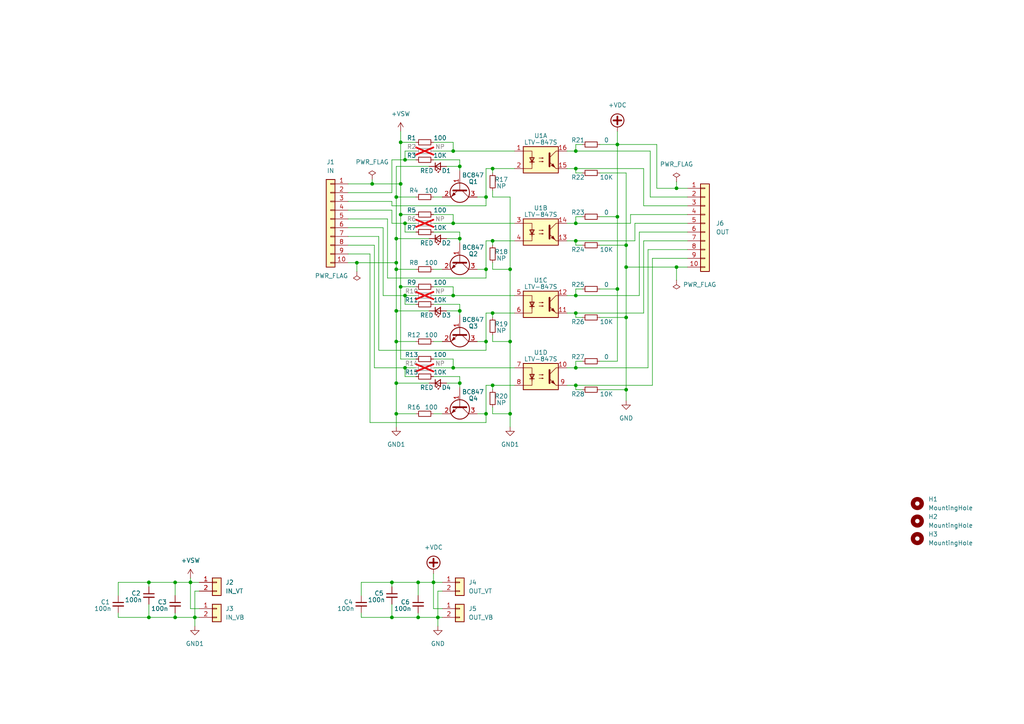
<source format=kicad_sch>
(kicad_sch (version 20250114) (generator "eeschema") (generator_version "9.0")
  (paper "A4")
  (title_block (title "4CH-Opto-Iso") (date "2023-09-26") (rev "0.0.1") (company "the78mole") (comment 1 "Daniel Glaser"))
  (lib_symbols
    (symbol "Connector_Generic:Conn_01x02" (pin_names (offset 1.016) (hide yes))
      (property "Reference" "J" (at 0 2.54 0))
      (property "Value" "Conn_01x02" (at 0 -5.08 0))
      (symbol "Conn_01x02_1_1"
        (rectangle (start -1.27 1.27) (end 1.27 -3.81) (stroke (width 0.254)) (fill (type background)))
        (rectangle (start -1.27 0.127) (end 0 -0.127) (stroke (width 0.1524)))
        (rectangle (start -1.27 -2.413) (end 0 -2.667) (stroke (width 0.1524)))
        (pin passive line (at -5.08 0 0) (length 3.81) (name "Pin_1") (number "1"))
        (pin passive line (at -5.08 -2.54 0) (length 3.81) (name "Pin_2") (number "2"))
      )
    )
    (symbol "Connector_Generic:Conn_01x10" (pin_names (offset 1.016) (hide yes))
      (property "Reference" "J" (at 0 12.7 0))
      (property "Value" "Conn_01x10" (at 0 -15.24 0))
      (symbol "Conn_01x10_1_1"
        (rectangle (start -1.27 11.43) (end 1.27 -13.97) (stroke (width 0.254)) (fill (type background)))
        (rectangle (start -1.27 10.287) (end 0 10.033) (stroke (width 0.1524)))
        (rectangle (start -1.27 7.747) (end 0 7.493) (stroke (width 0.1524)))
        (rectangle (start -1.27 5.207) (end 0 4.953) (stroke (width 0.1524)))
        (rectangle (start -1.27 2.667) (end 0 2.413) (stroke (width 0.1524)))
        (rectangle (start -1.27 0.127) (end 0 -0.127) (stroke (width 0.1524)))
        (rectangle (start -1.27 -2.413) (end 0 -2.667) (stroke (width 0.1524)))
        (rectangle (start -1.27 -4.953) (end 0 -5.207) (stroke (width 0.1524)))
        (rectangle (start -1.27 -7.493) (end 0 -7.747) (stroke (width 0.1524)))
        (rectangle (start -1.27 -10.033) (end 0 -10.287) (stroke (width 0.1524)))
        (rectangle (start -1.27 -12.573) (end 0 -12.827) (stroke (width 0.1524)))
        (pin passive line (at -5.08 10.16 0) (length 3.81) (name "Pin_1") (number "1"))
        (pin passive line (at -5.08 7.62 0) (length 3.81) (name "Pin_2") (number "2"))
        (pin passive line (at -5.08 5.08 0) (length 3.81) (name "Pin_3") (number "3"))
        (pin passive line (at -5.08 2.54 0) (length 3.81) (name "Pin_4") (number "4"))
        (pin passive line (at -5.08 0 0) (length 3.81) (name "Pin_5") (number "5"))
        (pin passive line (at -5.08 -2.54 0) (length 3.81) (name "Pin_6") (number "6"))
        (pin passive line (at -5.08 -5.08 0) (length 3.81) (name "Pin_7") (number "7"))
        (pin passive line (at -5.08 -7.62 0) (length 3.81) (name "Pin_8") (number "8"))
        (pin passive line (at -5.08 -10.16 0) (length 3.81) (name "Pin_9") (number "9"))
        (pin passive line (at -5.08 -12.7 0) (length 3.81) (name "Pin_10") (number "10"))
      )
    )
    (symbol "Device:C_Small" (pin_numbers (hide yes)) (pin_names (offset 0.254) (hide yes))
      (property "Reference" "C" (at 0.254 1.778 0))
      (property "Value" "C_Small" (at 0.254 -2.032 0))
      (symbol "C_Small_0_1"
        (polyline (pts (xy -1.524 0.508) (xy 1.524 0.508)) (stroke (width 0.3048)))
        (polyline (pts (xy -1.524 -0.508) (xy 1.524 -0.508)) (stroke (width 0.3302)))
      )
      (symbol "C_Small_1_1"
        (pin passive line (at 0 2.54 270) (length 2.032) (name "~") (number "1"))
        (pin passive line (at 0 -2.54 90) (length 2.032) (name "~") (number "2"))
      )
    )
    (symbol "Device:LED_Small" (pin_numbers (hide yes)) (pin_names (offset 0.254) (hide yes))
      (property "Reference" "D" (at -1.27 3.175 0))
      (property "Value" "LED_Small" (at -4.445 -2.54 0))
      (symbol "LED_Small_0_1"
        (polyline (pts (xy -0.762 -1.016) (xy -0.762 1.016)) (stroke (width 0.254)))
        (polyline (pts (xy 0 0.762) (xy -0.508 1.27) (xy -0.254 1.27) (xy -0.508 1.27) (xy -0.508 1.016)))
        (polyline (pts (xy 0.508 1.27) (xy 0 1.778) (xy 0.254 1.778) (xy 0 1.778) (xy 0 1.524)))
        (polyline (pts (xy 0.762 -1.016) (xy -0.762 0) (xy 0.762 1.016) (xy 0.762 -1.016)) (stroke (width 0.254)))
        (polyline (pts (xy 1.016 0) (xy -0.762 0)))
      )
      (symbol "LED_Small_1_1"
        (pin passive line (at -2.54 0 0) (length 1.778) (name "K") (number "1"))
        (pin passive line (at 2.54 0 180) (length 1.778) (name "A") (number "2"))
      )
    )
    (symbol "Device:R_Small" (pin_numbers (hide yes)) (pin_names (offset 0.254) (hide yes))
      (property "Reference" "R" (at 0.762 0.508 0))
      (property "Value" "R_Small" (at 0.762 -1.016 0))
      (symbol "R_Small_0_1"
        (rectangle (start -0.762 1.778) (end 0.762 -1.778) (stroke (width 0.2032)))
      )
      (symbol "R_Small_1_1"
        (pin passive line (at 0 2.54 270) (length 0.762) (name "~") (number "1"))
        (pin passive line (at 0 -2.54 90) (length 0.762) (name "~") (number "2"))
      )
    )
    (symbol "Isolator:LTV-847S" (pin_names (offset 1.016))
      (property "Reference" "U" (at -3.81 5.08 0))
      (property "Value" "LTV-847S" (at 0 -5.08 0))
      (symbol "LTV-847S_0_1"
        (rectangle (start -5.08 3.81) (end 5.08 -3.81) (stroke (width 0.254)) (fill (type background)))
        (polyline (pts (xy -5.08 2.54) (xy -2.54 2.54) (xy -2.54 -1.27) (xy -2.54 0.635)))
        (polyline (pts (xy -3.175 -0.635) (xy -1.905 -0.635)) (stroke (width 0.254)))
        (polyline (pts (xy -2.54 -0.635) (xy -2.54 -2.54) (xy -5.08 -2.54)))
        (polyline (pts (xy -2.54 -0.635) (xy -3.175 0.635) (xy -1.905 0.635) (xy -2.54 -0.635)) (stroke (width 0.254)))
        (polyline (pts (xy -0.508 0.508) (xy 0.762 0.508) (xy 0.381 0.381) (xy 0.381 0.635) (xy 0.762 0.508)))
        (polyline (pts (xy -0.508 -0.508) (xy 0.762 -0.508) (xy 0.381 -0.635) (xy 0.381 -0.381) (xy 0.762 -0.508)))
        (polyline (pts (xy 2.54 1.905) (xy 2.54 -1.905) (xy 2.54 -1.905)) (stroke (width 0.508)))
        (polyline (pts (xy 2.54 0.635) (xy 4.445 2.54)))
        (polyline (pts (xy 3.048 -1.651) (xy 3.556 -1.143) (xy 4.064 -2.159) (xy 3.048 -1.651) (xy 3.048 -1.651)) (fill (type outline)))
        (polyline (pts (xy 4.445 2.54) (xy 5.08 2.54)))
        (polyline (pts (xy 4.445 -2.54) (xy 2.54 -0.635)) (fill (type outline)))
        (polyline (pts (xy 4.445 -2.54) (xy 5.08 -2.54)))
      )
      (symbol "LTV-847S_1_1"
        (pin passive line (at -7.62 2.54 0) (length 2.54) (name "~") (number "1"))
        (pin passive line (at -7.62 -2.54 0) (length 2.54) (name "~") (number "2"))
        (pin passive line (at 7.62 2.54 180) (length 2.54) (name "~") (number "16"))
        (pin passive line (at 7.62 -2.54 180) (length 2.54) (name "~") (number "15"))
      )
      (symbol "LTV-847S_2_1"
        (pin passive line (at -7.62 2.54 0) (length 2.54) (name "~") (number "3"))
        (pin passive line (at -7.62 -2.54 0) (length 2.54) (name "~") (number "4"))
        (pin passive line (at 7.62 2.54 180) (length 2.54) (name "~") (number "14"))
        (pin passive line (at 7.62 -2.54 180) (length 2.54) (name "~") (number "13"))
      )
      (symbol "LTV-847S_3_1"
        (pin passive line (at -7.62 2.54 0) (length 2.54) (name "~") (number "5"))
        (pin passive line (at -7.62 -2.54 0) (length 2.54) (name "~") (number "6"))
        (pin passive line (at 7.62 2.54 180) (length 2.54) (name "~") (number "12"))
        (pin passive line (at 7.62 -2.54 180) (length 2.54) (name "~") (number "11"))
      )
      (symbol "LTV-847S_4_1"
        (pin passive line (at -7.62 2.54 0) (length 2.54) (name "~") (number "7"))
        (pin passive line (at -7.62 -2.54 0) (length 2.54) (name "~") (number "8"))
        (pin passive line (at 7.62 2.54 180) (length 2.54) (name "~") (number "10"))
        (pin passive line (at 7.62 -2.54 180) (length 2.54) (name "~") (number "9"))
      )
    )
    (symbol "Mechanical:MountingHole" (pin_names (offset 1.016))
      (property "Reference" "H" (at 0 5.08 0))
      (property "Value" "MountingHole" (at 0 3.175 0))
      (symbol "MountingHole_0_1"
        (circle (center 0 0) (radius 1.27) (stroke (width 1.27)))
      )
    )
    (symbol "Transistor_BJT:BC847" (pin_names (offset 0) (hide yes))
      (property "Reference" "Q" (at 5.08 1.905 0))
      (property "Value" "BC847" (at 5.08 0 0))
      (symbol "BC847_0_1"
        (polyline (pts (xy 0.635 1.905) (xy 0.635 -1.905) (xy 0.635 -1.905)) (stroke (width 0.508)))
        (polyline (pts (xy 0.635 0.635) (xy 2.54 2.54)))
        (polyline (pts (xy 0.635 -0.635) (xy 2.54 -2.54) (xy 2.54 -2.54)))
        (circle (center 1.27 0) (radius 2.8194) (stroke (width 0.254)))
        (polyline (pts (xy 1.27 -1.778) (xy 1.778 -1.27) (xy 2.286 -2.286) (xy 1.27 -1.778) (xy 1.27 -1.778)) (fill (type outline)))
      )
      (symbol "BC847_1_1"
        (pin input line (at -5.08 0 0) (length 5.715) (name "B") (number "1"))
        (pin passive line (at 2.54 5.08 270) (length 2.54) (name "C") (number "3"))
        (pin passive line (at 2.54 -5.08 90) (length 2.54) (name "E") (number "2"))
      )
    )
    (symbol "power:+VDC" (power) (pin_names (offset 0))
      (property "Value" "+VDC" (at 0 6.35 0))
      (symbol "+VDC_0_1"
        (polyline (pts (xy -1.143 3.175) (xy 1.143 3.175)) (stroke (width 0.508)))
        (circle (center 0 3.175) (radius 1.905) (stroke (width 0.254)))
        (polyline (pts (xy 0 2.032) (xy 0 4.318)) (stroke (width 0.508)))
        (polyline (pts (xy 0 0) (xy 0 1.27)))
      )
      (symbol "+VDC_1_1"
        (pin power_in line (at 0 0 90) (length 0) (hide yes) (name "+VDC") (number "1"))
      )
    )
    (symbol "power:+VSW" (power) (pin_names (offset 0))
      (property "Value" "+VSW" (at 0 3.556 0))
      (symbol "+VSW_0_1"
        (polyline (pts (xy -0.762 1.27) (xy 0 2.54)))
        (polyline (pts (xy 0 2.54) (xy 0.762 1.27)))
        (polyline (pts (xy 0 0) (xy 0 2.54)))
      )
      (symbol "+VSW_1_1"
        (pin power_in line (at 0 0 90) (length 0) (hide yes) (name "+VSW") (number "1"))
      )
    )
    (symbol "power:GND" (power) (pin_names (offset 0))
      (property "Value" "GND" (at 0 -3.81 0))
      (symbol "GND_0_1"
        (polyline (pts (xy 0 0) (xy 0 -1.27) (xy 1.27 -1.27) (xy 0 -2.54) (xy -1.27 -1.27) (xy 0 -1.27)))
      )
      (symbol "GND_1_1"
        (pin power_in line (at 0 0 270) (length 0) (hide yes) (name "GND") (number "1"))
      )
    )
    (symbol "power:GND1" (power) (pin_names (offset 0))
      (property "Value" "GND1" (at 0 -3.81 0))
      (symbol "GND1_0_1"
        (polyline (pts (xy 0 0) (xy 0 -1.27) (xy 1.27 -1.27) (xy 0 -2.54) (xy -1.27 -1.27) (xy 0 -1.27)))
      )
      (symbol "GND1_1_1"
        (pin power_in line (at 0 0 270) (length 0) (hide yes) (name "GND1") (number "1"))
      )
    )
    (symbol "power:PWR_FLAG" (power) (pin_numbers (hide yes)) (pin_names (offset 0) (hide yes))
      (property "Value" "PWR_FLAG" (at 0 3.81 0))
      (symbol "PWR_FLAG_0_0"
        (pin power_out line (at 0 0 90) (length 0) (name "pwr") (number "1"))
      )
      (symbol "PWR_FLAG_0_1"
        (polyline (pts (xy 0 0) (xy 0 1.27) (xy -1.016 1.905) (xy 0 2.54) (xy 1.016 1.905) (xy 0 1.27)))
      )
    )
  )
  (junction (at 55.245 168.91))
  (junction (at 127 179.07))
  (junction (at 167.005 90.805))
  (junction (at 125.73 168.91))
  (junction (at 181.61 92.075))
  (junction (at 133.35 90.17))
  (junction (at 114.935 99.06))
  (junction (at 133.35 111.125))
  (junction (at 107.95 53.34))
  (junction (at 117.475 85.725))
  (junction (at 131.445 64.77))
  (junction (at 181.61 77.47))
  (junction (at 114.935 90.17))
  (junction (at 131.445 43.815))
  (junction (at 167.005 48.895))
  (junction (at 114.935 57.15))
  (junction (at 121.285 168.91))
  (junction (at 179.07 83.82))
  (junction (at 116.205 53.34))
  (junction (at 114.935 69.215))
  (junction (at 114.935 120.015))
  (junction (at 116.205 62.23))
  (junction (at 140.97 99.06))
  (junction (at 117.475 64.77))
  (junction (at 142.875 69.85))
  (junction (at 131.445 106.68))
  (junction (at 113.665 168.91))
  (junction (at 142.875 90.805))
  (junction (at 116.205 41.275))
  (junction (at 116.205 83.185))
  (junction (at 140.97 78.105))
  (junction (at 133.35 69.215))
  (junction (at 167.005 64.77))
  (junction (at 167.005 85.725))
  (junction (at 140.97 120.015))
  (junction (at 167.005 106.68))
  (junction (at 196.215 77.47))
  (junction (at 142.875 48.895))
  (junction (at 167.005 43.815))
  (junction (at 50.8 179.07))
  (junction (at 113.665 179.07))
  (junction (at 103.505 76.2))
  (junction (at 142.875 111.76))
  (junction (at 43.18 179.07))
  (junction (at 56.515 179.07))
  (junction (at 140.97 57.15))
  (junction (at 167.005 111.76))
  (junction (at 114.935 78.105))
  (junction (at 181.61 113.03))
  (junction (at 147.955 120.015))
  (junction (at 43.18 168.91))
  (junction (at 131.445 85.725))
  (junction (at 181.61 71.12))
  (junction (at 114.935 76.2))
  (junction (at 133.35 48.26))
  (junction (at 167.005 69.85))
  (junction (at 147.955 78.105))
  (junction (at 196.215 54.61))
  (junction (at 114.935 111.125))
  (junction (at 121.285 179.07))
  (junction (at 179.07 62.865))
  (junction (at 50.8 168.91))
  (junction (at 179.07 41.91))
  (junction (at 117.475 106.68))
  (junction (at 117.475 46.355))
  (junction (at 147.955 99.06))
  (wire (pts (xy 114.935 99.06) (xy 120.65 99.06)))
  (wire (pts (xy 199.39 59.69) (xy 186.69 59.69)))
  (wire (pts (xy 107.315 122.555) (xy 140.97 122.555)))
  (wire (pts (xy 111.125 66.04) (xy 111.125 85.725)))
  (wire (pts (xy 124.46 111.125) (xy 114.935 111.125)))
  (wire (pts (xy 109.855 101.6) (xy 140.97 101.6)))
  (wire (pts (xy 129.54 48.26) (xy 133.35 48.26)))
  (wire (pts (xy 173.99 50.165) (xy 181.61 50.165)))
  (wire (pts (xy 125.73 99.06) (xy 128.27 99.06)))
  (wire (pts (xy 125.73 85.725) (xy 131.445 85.725)))
  (wire (pts (xy 43.18 175.26) (xy 43.18 179.07)))
  (wire (pts (xy 116.205 53.34) (xy 116.205 62.23)))
  (wire (pts (xy 140.97 69.85) (xy 142.875 69.85)))
  (wire (pts (xy 129.54 111.125) (xy 133.35 111.125)))
  (wire (pts (xy 104.775 177.8) (xy 104.775 179.07)))
  (wire (pts (xy 125.73 176.53) (xy 125.73 168.91)))
  (wire (pts (xy 117.475 106.68) (xy 117.475 109.22)))
  (wire (pts (xy 142.875 97.155) (xy 142.875 99.06)))
  (wire (pts (xy 199.39 72.39) (xy 187.96 72.39)))
  (wire (pts (xy 50.8 177.8) (xy 50.8 179.07)))
  (wire (pts (xy 120.65 88.265) (xy 117.475 88.265)))
  (wire (pts (xy 167.005 92.075) (xy 167.005 90.805)))
  (wire (pts (xy 113.665 46.355) (xy 117.475 46.355)))
  (wire (pts (xy 127 181.61) (xy 127 179.07)))
  (wire (pts (xy 167.005 104.775) (xy 168.91 104.775)))
  (wire (pts (xy 125.73 109.22) (xy 133.35 109.22)))
  (wire (pts (xy 182.88 64.77) (xy 167.005 64.77)))
  (wire (pts (xy 138.43 120.015) (xy 140.97 120.015)))
  (wire (pts (xy 116.205 62.23) (xy 120.65 62.23)))
  (wire (pts (xy 189.23 74.93) (xy 199.39 74.93)))
  (wire (pts (xy 138.43 57.15) (xy 140.97 57.15)))
  (wire (pts (xy 124.46 69.215) (xy 114.935 69.215)))
  (wire (pts (xy 188.595 57.15) (xy 199.39 57.15)))
  (wire (pts (xy 167.005 48.895) (xy 186.69 48.895)))
  (wire (pts (xy 167.005 41.91) (xy 168.91 41.91)))
  (wire (pts (xy 129.54 90.17) (xy 133.35 90.17)))
  (wire (pts (xy 109.855 68.58) (xy 100.965 68.58)))
  (wire (pts (xy 113.665 60.96) (xy 113.665 64.77)))
  (wire (pts (xy 167.005 50.165) (xy 167.005 48.895)))
  (wire (pts (xy 167.005 83.82) (xy 168.91 83.82)))
  (wire (pts (xy 189.23 74.93) (xy 189.23 111.76)))
  (wire (pts (xy 168.91 92.075) (xy 167.005 92.075)))
  (wire (pts (xy 120.65 43.815) (xy 117.475 43.815)))
  (wire (pts (xy 57.785 171.45) (xy 56.515 171.45)))
  (wire (pts (xy 103.505 76.2) (xy 114.935 76.2)))
  (wire (pts (xy 116.205 41.275) (xy 116.205 38.1)))
  (wire (pts (xy 117.475 85.725) (xy 117.475 88.265)))
  (wire (pts (xy 142.875 99.06) (xy 147.955 99.06)))
  (wire (pts (xy 196.215 54.61) (xy 190.5 54.61)))
  (wire (pts (xy 142.875 90.805) (xy 149.225 90.805)))
  (wire (pts (xy 133.35 111.125) (xy 133.35 109.22)))
  (wire (pts (xy 120.65 67.31) (xy 117.475 67.31)))
  (wire (pts (xy 113.665 175.26) (xy 113.665 179.07)))
  (wire (pts (xy 140.97 111.76) (xy 142.875 111.76)))
  (wire (pts (xy 167.005 64.77) (xy 167.005 62.865)))
  (wire (pts (xy 125.73 88.265) (xy 133.35 88.265)))
  (wire (pts (xy 164.465 85.725) (xy 167.005 85.725)))
  (wire (pts (xy 164.465 64.77) (xy 167.005 64.77)))
  (wire (pts (xy 184.15 64.77) (xy 184.15 69.85)))
  (wire (pts (xy 164.465 43.815) (xy 167.005 43.815)))
  (wire (pts (xy 128.27 176.53) (xy 125.73 176.53)))
  (wire (pts (xy 187.96 106.68) (xy 167.005 106.68)))
  (wire (pts (xy 142.875 78.105) (xy 147.955 78.105)))
  (wire (pts (xy 125.73 43.815) (xy 131.445 43.815)))
  (wire (pts (xy 131.445 64.77) (xy 149.225 64.77)))
  (wire (pts (xy 114.935 111.125) (xy 114.935 120.015)))
  (wire (pts (xy 164.465 111.76) (xy 167.005 111.76)))
  (wire (pts (xy 100.965 60.96) (xy 113.665 60.96)))
  (wire (pts (xy 113.665 55.88) (xy 100.965 55.88)))
  (wire (pts (xy 142.875 48.895) (xy 149.225 48.895)))
  (wire (pts (xy 43.18 179.07) (xy 50.8 179.07)))
  (wire (pts (xy 124.46 90.17) (xy 114.935 90.17)))
  (wire (pts (xy 199.39 67.31) (xy 185.42 67.31)))
  (wire (pts (xy 185.42 67.31) (xy 185.42 85.725)))
  (wire (pts (xy 179.07 41.91) (xy 179.07 62.865)))
  (wire (pts (xy 167.005 62.865) (xy 168.91 62.865)))
  (wire (pts (xy 167.005 85.725) (xy 167.005 83.82)))
  (wire (pts (xy 57.785 168.91) (xy 55.245 168.91)))
  (wire (pts (xy 125.73 83.185) (xy 131.445 83.185)))
  (wire (pts (xy 125.73 106.68) (xy 131.445 106.68)))
  (wire (pts (xy 104.775 168.91) (xy 113.665 168.91)))
  (wire (pts (xy 57.785 179.07) (xy 56.515 179.07)))
  (wire (pts (xy 168.91 113.03) (xy 167.005 113.03)))
  (wire (pts (xy 181.61 50.165) (xy 181.61 71.12)))
  (wire (pts (xy 129.54 69.215) (xy 133.35 69.215)))
  (wire (pts (xy 140.97 101.6) (xy 140.97 99.06)))
  (wire (pts (xy 142.875 113.03) (xy 142.875 111.76)))
  (wire (pts (xy 55.245 168.91) (xy 55.245 176.53)))
  (wire (pts (xy 120.65 106.68) (xy 117.475 106.68)))
  (wire (pts (xy 125.73 67.31) (xy 133.35 67.31)))
  (wire (pts (xy 131.445 41.275) (xy 131.445 43.815)))
  (wire (pts (xy 181.61 77.47) (xy 196.215 77.47)))
  (wire (pts (xy 112.395 63.5) (xy 100.965 63.5)))
  (wire (pts (xy 114.935 120.015) (xy 114.935 123.825)))
  (wire (pts (xy 116.205 104.14) (xy 116.205 83.185)))
  (wire (pts (xy 112.395 80.645) (xy 140.97 80.645)))
  (wire (pts (xy 56.515 171.45) (xy 56.515 179.07)))
  (wire (pts (xy 114.935 90.17) (xy 114.935 99.06)))
  (wire (pts (xy 179.07 83.82) (xy 179.07 104.775)))
  (wire (pts (xy 133.35 70.485) (xy 133.35 69.215)))
  (wire (pts (xy 103.505 76.2) (xy 103.505 78.74)))
  (wire (pts (xy 113.665 168.91) (xy 113.665 170.18)))
  (wire (pts (xy 179.07 62.865) (xy 173.99 62.865)))
  (wire (pts (xy 196.215 77.47) (xy 196.215 81.28)))
  (wire (pts (xy 120.65 85.725) (xy 117.475 85.725)))
  (wire (pts (xy 114.935 99.06) (xy 114.935 111.125)))
  (wire (pts (xy 107.315 73.66) (xy 100.965 73.66)))
  (wire (pts (xy 142.875 90.805) (xy 142.875 92.075)))
  (wire (pts (xy 43.18 168.91) (xy 43.18 170.18)))
  (wire (pts (xy 125.73 168.91) (xy 125.73 166.37)))
  (wire (pts (xy 140.97 122.555) (xy 140.97 120.015)))
  (wire (pts (xy 147.955 57.15) (xy 147.955 78.105)))
  (wire (pts (xy 147.955 99.06) (xy 147.955 120.015)))
  (wire (pts (xy 55.245 168.91) (xy 55.245 167.64)))
  (wire (pts (xy 142.875 57.15) (xy 147.955 57.15)))
  (wire (pts (xy 113.665 58.42) (xy 100.965 58.42)))
  (wire (pts (xy 109.855 101.6) (xy 109.855 68.58)))
  (wire (pts (xy 104.775 172.72) (xy 104.775 168.91)))
  (wire (pts (xy 125.73 46.355) (xy 133.35 46.355)))
  (wire (pts (xy 140.97 59.69) (xy 140.97 57.15)))
  (wire (pts (xy 114.935 120.015) (xy 120.65 120.015)))
  (wire (pts (xy 184.15 69.85) (xy 167.005 69.85)))
  (wire (pts (xy 188.595 43.815) (xy 188.595 57.15)))
  (wire (pts (xy 113.665 46.355) (xy 113.665 55.88)))
  (wire (pts (xy 186.69 69.85) (xy 199.39 69.85)))
  (wire (pts (xy 100.965 76.2) (xy 103.505 76.2)))
  (wire (pts (xy 34.29 177.8) (xy 34.29 179.07)))
  (wire (pts (xy 114.935 78.105) (xy 114.935 90.17)))
  (wire (pts (xy 125.73 120.015) (xy 128.27 120.015)))
  (wire (pts (xy 120.65 46.355) (xy 117.475 46.355)))
  (wire (pts (xy 50.8 179.07) (xy 56.515 179.07)))
  (wire (pts (xy 112.395 80.645) (xy 112.395 63.5)))
  (wire (pts (xy 124.46 48.26) (xy 114.935 48.26)))
  (wire (pts (xy 179.07 104.775) (xy 173.99 104.775)))
  (wire (pts (xy 140.97 80.645) (xy 140.97 78.105)))
  (wire (pts (xy 117.475 64.77) (xy 117.475 67.31)))
  (wire (pts (xy 127 179.07) (xy 127 171.45)))
  (wire (pts (xy 181.61 92.075) (xy 181.61 113.03)))
  (wire (pts (xy 114.935 48.26) (xy 114.935 57.15)))
  (wire (pts (xy 100.965 53.34) (xy 107.95 53.34)))
  (wire (pts (xy 167.005 113.03) (xy 167.005 111.76)))
  (wire (pts (xy 57.785 176.53) (xy 55.245 176.53)))
  (wire (pts (xy 116.205 83.185) (xy 116.205 62.23)))
  (wire (pts (xy 185.42 85.725) (xy 167.005 85.725)))
  (wire (pts (xy 140.97 90.805) (xy 140.97 99.06)))
  (wire (pts (xy 114.935 57.15) (xy 114.935 69.215)))
  (wire (pts (xy 117.475 43.815) (xy 117.475 46.355)))
  (wire (pts (xy 121.285 172.72) (xy 121.285 168.91)))
  (wire (pts (xy 114.935 57.15) (xy 120.65 57.15)))
  (wire (pts (xy 181.61 113.03) (xy 181.61 116.205)))
  (wire (pts (xy 181.61 71.12) (xy 181.61 77.47)))
  (wire (pts (xy 140.97 111.76) (xy 140.97 120.015)))
  (wire (pts (xy 108.585 71.12) (xy 108.585 106.68)))
  (wire (pts (xy 164.465 69.85) (xy 167.005 69.85)))
  (wire (pts (xy 131.445 62.23) (xy 131.445 64.77)))
  (wire (pts (xy 34.29 168.91) (xy 43.18 168.91)))
  (wire (pts (xy 133.35 112.395) (xy 133.35 111.125)))
  (wire (pts (xy 173.99 71.12) (xy 181.61 71.12)))
  (wire (pts (xy 196.215 52.705) (xy 196.215 54.61)))
  (wire (pts (xy 113.665 64.77) (xy 117.475 64.77)))
  (wire (pts (xy 138.43 78.105) (xy 140.97 78.105)))
  (wire (pts (xy 186.69 48.895) (xy 186.69 59.69)))
  (wire (pts (xy 131.445 106.68) (xy 149.225 106.68)))
  (wire (pts (xy 133.35 49.53) (xy 133.35 48.26)))
  (wire (pts (xy 190.5 41.91) (xy 179.07 41.91)))
  (wire (pts (xy 50.8 168.91) (xy 55.245 168.91)))
  (wire (pts (xy 127 179.07) (xy 128.27 179.07)))
  (wire (pts (xy 113.665 168.91) (xy 121.285 168.91)))
  (wire (pts (xy 189.23 111.76) (xy 167.005 111.76)))
  (wire (pts (xy 179.07 62.865) (xy 179.07 83.82)))
  (wire (pts (xy 181.61 77.47) (xy 181.61 92.075)))
  (wire (pts (xy 179.07 38.1) (xy 179.07 41.91)))
  (wire (pts (xy 120.65 64.77) (xy 117.475 64.77)))
  (wire (pts (xy 125.73 62.23) (xy 131.445 62.23)))
  (wire (pts (xy 121.285 179.07) (xy 127 179.07)))
  (wire (pts (xy 142.875 69.85) (xy 149.225 69.85)))
  (wire (pts (xy 182.88 62.23) (xy 182.88 64.77)))
  (wire (pts (xy 167.005 106.68) (xy 167.005 104.775)))
  (wire (pts (xy 164.465 48.895) (xy 167.005 48.895)))
  (wire (pts (xy 120.65 83.185) (xy 116.205 83.185)))
  (wire (pts (xy 142.875 118.11) (xy 142.875 120.015)))
  (wire (pts (xy 133.35 91.44) (xy 133.35 90.17)))
  (wire (pts (xy 142.875 48.895) (xy 142.875 50.165)))
  (wire (pts (xy 167.005 43.815) (xy 167.005 41.91)))
  (wire (pts (xy 131.445 104.14) (xy 131.445 106.68)))
  (wire (pts (xy 111.125 66.04) (xy 100.965 66.04)))
  (wire (pts (xy 133.35 69.215) (xy 133.35 67.31)))
  (wire (pts (xy 168.91 71.12) (xy 167.005 71.12)))
  (wire (pts (xy 186.69 69.85) (xy 186.69 90.805)))
  (wire (pts (xy 140.97 90.805) (xy 142.875 90.805)))
  (wire (pts (xy 114.935 69.215) (xy 114.935 76.2)))
  (wire (pts (xy 107.315 122.555) (xy 107.315 73.66)))
  (wire (pts (xy 121.285 177.8) (xy 121.285 179.07)))
  (wire (pts (xy 133.35 48.26) (xy 133.35 46.355)))
  (wire (pts (xy 142.875 76.2) (xy 142.875 78.105)))
  (wire (pts (xy 120.65 104.14) (xy 116.205 104.14)))
  (wire (pts (xy 111.125 85.725) (xy 117.475 85.725)))
  (wire (pts (xy 147.955 120.015) (xy 147.955 123.825)))
  (wire (pts (xy 142.875 120.015) (xy 147.955 120.015)))
  (wire (pts (xy 43.18 168.91) (xy 50.8 168.91)))
  (wire (pts (xy 116.205 53.34) (xy 116.205 41.275)))
  (wire (pts (xy 179.07 83.82) (xy 173.99 83.82)))
  (wire (pts (xy 131.445 83.185) (xy 131.445 85.725)))
  (wire (pts (xy 140.97 48.895) (xy 140.97 57.15)))
  (wire (pts (xy 125.73 78.105) (xy 128.27 78.105)))
  (wire (pts (xy 114.935 76.2) (xy 114.935 78.105)))
  (wire (pts (xy 116.205 41.275) (xy 120.65 41.275)))
  (wire (pts (xy 108.585 106.68) (xy 117.475 106.68)))
  (wire (pts (xy 50.8 172.72) (xy 50.8 168.91)))
  (wire (pts (xy 138.43 99.06) (xy 140.97 99.06)))
  (wire (pts (xy 188.595 43.815) (xy 167.005 43.815)))
  (wire (pts (xy 142.875 55.245) (xy 142.875 57.15)))
  (wire (pts (xy 199.39 54.61) (xy 196.215 54.61)))
  (wire (pts (xy 120.65 109.22) (xy 117.475 109.22)))
  (wire (pts (xy 184.15 64.77) (xy 199.39 64.77)))
  (wire (pts (xy 140.97 69.85) (xy 140.97 78.105)))
  (wire (pts (xy 113.665 59.69) (xy 113.665 58.42)))
  (wire (pts (xy 127 171.45) (xy 128.27 171.45)))
  (wire (pts (xy 190.5 54.61) (xy 190.5 41.91)))
  (wire (pts (xy 164.465 90.805) (xy 167.005 90.805)))
  (wire (pts (xy 125.73 41.275) (xy 131.445 41.275)))
  (wire (pts (xy 108.585 71.12) (xy 100.965 71.12)))
  (wire (pts (xy 131.445 85.725) (xy 149.225 85.725)))
  (wire (pts (xy 34.29 172.72) (xy 34.29 168.91)))
  (wire (pts (xy 128.27 168.91) (xy 125.73 168.91)))
  (wire (pts (xy 199.39 62.23) (xy 182.88 62.23)))
  (wire (pts (xy 113.665 59.69) (xy 140.97 59.69)))
  (wire (pts (xy 164.465 106.68) (xy 167.005 106.68)))
  (wire (pts (xy 168.91 50.165) (xy 167.005 50.165)))
  (wire (pts (xy 196.215 77.47) (xy 199.39 77.47)))
  (wire (pts (xy 56.515 179.07) (xy 56.515 181.61)))
  (wire (pts (xy 147.955 78.105) (xy 147.955 99.06)))
  (wire (pts (xy 131.445 43.815) (xy 149.225 43.815)))
  (wire (pts (xy 179.07 41.91) (xy 173.99 41.91)))
  (wire (pts (xy 142.875 69.85) (xy 142.875 71.12)))
  (wire (pts (xy 114.935 78.105) (xy 120.65 78.105)))
  (wire (pts (xy 186.69 90.805) (xy 167.005 90.805)))
  (wire (pts (xy 133.35 90.17) (xy 133.35 88.265)))
  (wire (pts (xy 107.95 53.34) (xy 116.205 53.34)))
  (wire (pts (xy 142.875 111.76) (xy 149.225 111.76)))
  (wire (pts (xy 113.665 179.07) (xy 121.285 179.07)))
  (wire (pts (xy 107.95 52.07) (xy 107.95 53.34)))
  (wire (pts (xy 34.29 179.07) (xy 43.18 179.07)))
  (wire (pts (xy 104.775 179.07) (xy 113.665 179.07)))
  (wire (pts (xy 187.96 72.39) (xy 187.96 106.68)))
  (wire (pts (xy 125.73 104.14) (xy 131.445 104.14)))
  (wire (pts (xy 173.99 113.03) (xy 181.61 113.03)))
  (wire (pts (xy 125.73 64.77) (xy 131.445 64.77)))
  (wire (pts (xy 140.97 48.895) (xy 142.875 48.895)))
  (wire (pts (xy 125.73 57.15) (xy 128.27 57.15)))
  (wire (pts (xy 121.285 168.91) (xy 125.73 168.91)))
  (wire (pts (xy 167.005 71.12) (xy 167.005 69.85)))
  (wire (pts (xy 173.99 92.075) (xy 181.61 92.075)))
  (symbol (lib_id "Device:LED_Small") (at 127 48.26 0) (mirror x) (unit 1)
    (property "Reference" "D1" (at 130.81 49.53 0) (effects (justify right)))
    (property "Value" "RED" (at 125.73 49.53 0) (effects (justify right)))
    (property "Footprint" "LED_SMD:LED_0603_1608Metric_Pad1.05x0.95mm_HandSolder" (effects (hide yes)))
  )
  (symbol (lib_id "Device:C_Small") (at 34.29 175.26 0) (unit 1)
    (property "Reference" "C1" (at 29.21 174.625 0) (effects (justify left)))
    (property "Value" "100n" (at 27.305 176.53 0) (effects (justify left)))
    (property "Footprint" "Capacitor_SMD:C_0603_1608Metric_Pad1.08x0.95mm_HandSolder" (effects (hide yes)))
  )
  (symbol (lib_id "Device:R_Small") (at 123.19 41.275 90) (unit 1)
    (property "Reference" "R1" (at 119.38 40.005 90))
    (property "Value" "100" (at 127.635 40.005 90))
    (property "Footprint" "Resistor_SMD:R_0603_1608Metric_Pad0.98x0.95mm_HandSolder" (effects (hide yes)))
  )
  (symbol (lib_id "power:+VDC") (at 125.73 166.37 0) (unit 1)
    (property "Reference" "#PWR07" (effects (hide yes)))
    (property "Value" "+VDC" (at 125.73 158.75 0))
  )
  (symbol (lib_id "Device:R_Small") (at 171.45 113.03 90) (mirror x) (unit 1)
    (property "Reference" "R28" (at 167.64 114.3 90))
    (property "Value" "10K" (at 175.895 114.3 90))
    (property "Footprint" "Resistor_SMD:R_0603_1608Metric_Pad0.98x0.95mm_HandSolder" (effects (hide yes)))
  )
  (symbol (lib_id "power:GND1") (at 56.515 181.61 0) (unit 1)
    (property "Reference" "#PWR04" (effects (hide yes)))
    (property "Value" "GND1" (at 56.515 186.69 0))
  )
  (symbol (lib_id "Device:R_Small") (at 123.19 85.725 90) (unit 1) (dnp yes)
    (property "Reference" "R10" (at 119.38 84.455 90))
    (property "Value" "NP" (at 127.635 84.455 90))
    (property "Footprint" "Resistor_SMD:R_0603_1608Metric_Pad0.98x0.95mm_HandSolder" (effects (hide yes)))
  )
  (symbol (lib_id "Device:R_Small") (at 123.19 88.265 90) (unit 1)
    (property "Reference" "R11" (at 119.38 86.995 90))
    (property "Value" "10K" (at 127.635 86.995 90))
    (property "Footprint" "Resistor_SMD:R_0603_1608Metric_Pad0.98x0.95mm_HandSolder" (effects (hide yes)))
  )
  (symbol (lib_id "Transistor_BJT:BC847") (at 133.35 117.475 270) (unit 1)
    (property "Reference" "Q4" (at 135.89 115.57 90) (effects (justify left)))
    (property "Value" "BC847" (at 133.985 113.665 90) (effects (justify left)))
    (property "Footprint" "Package_TO_SOT_SMD:SOT-23" (effects (hide yes)))
    (property "Datasheet" "http://www.infineon.com/dgdl/Infineon-BC847SERIES_BC848SERIES_BC849SERIES_BC850SERIES-DS-v01_01-en.pdf?fileId=db3a304314dca389011541d4630a1657" (effects (hide yes)))
  )
  (symbol (lib_id "Device:R_Small") (at 171.45 50.165 90) (mirror x) (unit 1)
    (property "Reference" "R22" (at 167.64 51.435 90))
    (property "Value" "10K" (at 175.895 51.435 90))
    (property "Footprint" "Resistor_SMD:R_0603_1608Metric_Pad0.98x0.95mm_HandSolder" (effects (hide yes)))
  )
  (symbol (lib_id "Device:R_Small") (at 171.45 92.075 90) (mirror x) (unit 1)
    (property "Reference" "R26" (at 167.64 93.345 90))
    (property "Value" "10K" (at 175.895 93.345 90))
    (property "Footprint" "Resistor_SMD:R_0603_1608Metric_Pad0.98x0.95mm_HandSolder" (effects (hide yes)))
  )
  (symbol (lib_id "Device:R_Small") (at 171.45 62.865 90) (unit 1)
    (property "Reference" "R23" (at 167.64 61.595 90))
    (property "Value" "0" (at 175.895 61.595 90))
    (property "Footprint" "Resistor_SMD:R_0603_1608Metric_Pad0.98x0.95mm_HandSolder" (effects (hide yes)))
  )
  (symbol (lib_id "power:GND1") (at 114.935 123.825 0) (unit 1)
    (property "Reference" "#PWR01" (effects (hide yes)))
    (property "Value" "GND1" (at 114.935 128.905 0))
  )
  (symbol (lib_id "Device:C_Small") (at 50.8 175.26 0) (unit 1)
    (property "Reference" "C3" (at 45.72 174.625 0) (effects (justify left)))
    (property "Value" "100n" (at 43.815 176.53 0) (effects (justify left)))
    (property "Footprint" "Capacitor_SMD:C_0603_1608Metric_Pad1.08x0.95mm_HandSolder" (effects (hide yes)))
  )
  (symbol (lib_id "Device:R_Small") (at 123.19 83.185 90) (unit 1)
    (property "Reference" "R9" (at 119.38 81.915 90))
    (property "Value" "100" (at 127.635 81.915 90))
    (property "Footprint" "Resistor_SMD:R_0603_1608Metric_Pad0.98x0.95mm_HandSolder" (effects (hide yes)))
  )
  (symbol (lib_id "Connector_Generic:Conn_01x02") (at 62.865 176.53 0) (unit 1)
    (property "Reference" "J3" (at 65.405 176.5299 0) (effects (justify left)))
    (property "Value" "IN_VB" (at 65.405 179.0699 0) (effects (justify left)))
    (property "Footprint" "Connector_PinHeader_2.54mm:PinHeader_1x02_P2.54mm_Horizontal" (effects (hide yes)))
  )
  (symbol (lib_id "Device:LED_Small") (at 127 69.215 0) (mirror x) (unit 1)
    (property "Reference" "D2" (at 130.81 70.485 0) (effects (justify right)))
    (property "Value" "RED" (at 125.73 70.485 0) (effects (justify right)))
    (property "Footprint" "LED_SMD:LED_0603_1608Metric_Pad1.05x0.95mm_HandSolder" (effects (hide yes)))
  )
  (symbol (lib_id "power:GND") (at 181.61 116.205 0) (unit 1)
    (property "Reference" "#PWR09" (effects (hide yes)))
    (property "Value" "GND" (at 181.61 121.285 0))
  )
  (symbol (lib_id "Device:C_Small") (at 104.775 175.26 0) (unit 1)
    (property "Reference" "C4" (at 99.695 174.625 0) (effects (justify left)))
    (property "Value" "100n" (at 97.79 176.53 0) (effects (justify left)))
    (property "Footprint" "Capacitor_SMD:C_0603_1608Metric_Pad1.08x0.95mm_HandSolder" (effects (hide yes)))
  )
  (symbol (lib_id "Device:R_Small") (at 123.19 99.06 270) (unit 1)
    (property "Reference" "R12" (at 120.015 97.155 90))
    (property "Value" "100" (at 125.095 97.155 90))
    (property "Footprint" "Resistor_SMD:R_0603_1608Metric_Pad0.98x0.95mm_HandSolder" (effects (hide yes)))
  )
  (symbol (lib_id "Connector_Generic:Conn_01x02") (at 62.865 168.91 0) (unit 1)
    (property "Reference" "J2" (at 65.405 168.9099 0) (effects (justify left)))
    (property "Value" "IN_VT" (at 65.405 171.4499 0) (effects (justify left)))
    (property "Footprint" "Connector_PinSocket_2.54mm:PinSocket_1x02_P2.54mm_Horizontal" (effects (hide yes)))
  )
  (symbol (lib_id "Isolator:LTV-847S") (at 156.845 109.22 0) (unit 4)
    (property "Reference" "U1" (at 156.845 102.235 0))
    (property "Value" "LTV-847S" (at 156.845 104.14 0))
    (property "Footprint" "Package_DIP:SMDIP-16_W9.53mm" (effects (hide yes)))
    (property "Datasheet" "http://www.us.liteon.com/downloads/LTV-817-827-847.PDF" (effects (hide yes)))
  )
  (symbol (lib_id "Transistor_BJT:BC847") (at 133.35 75.565 270) (unit 1)
    (property "Reference" "Q2" (at 135.89 73.66 90) (effects (justify left)))
    (property "Value" "BC847" (at 133.985 71.755 90) (effects (justify left)))
    (property "Footprint" "Package_TO_SOT_SMD:SOT-23" (effects (hide yes)))
    (property "Datasheet" "http://www.infineon.com/dgdl/Infineon-BC847SERIES_BC848SERIES_BC849SERIES_BC850SERIES-DS-v01_01-en.pdf?fileId=db3a304314dca389011541d4630a1657" (effects (hide yes)))
  )
  (symbol (lib_id "Device:C_Small") (at 113.665 172.72 0) (unit 1)
    (property "Reference" "C5" (at 108.585 172.085 0) (effects (justify left)))
    (property "Value" "100n" (at 106.68 173.99 0) (effects (justify left)))
    (property "Footprint" "Capacitor_SMD:C_0603_1608Metric_Pad1.08x0.95mm_HandSolder" (effects (hide yes)))
  )
  (symbol (lib_id "Device:R_Small") (at 123.19 57.15 270) (unit 1)
    (property "Reference" "R4" (at 120.015 55.245 90))
    (property "Value" "100" (at 125.095 55.245 90))
    (property "Footprint" "Resistor_SMD:R_0603_1608Metric_Pad0.98x0.95mm_HandSolder" (effects (hide yes)))
  )
  (symbol (lib_id "power:PWR_FLAG") (at 103.505 78.74 0) (mirror x) (unit 1)
    (property "Reference" "#FLG0102" (effects (hide yes)))
    (property "Value" "PWR_FLAG" (at 100.965 80.0099 0) (effects (justify right)))
  )
  (symbol (lib_id "Mechanical:MountingHole") (at 266.065 151.13 0) (unit 1)
    (property "Reference" "H2" (at 269.24 149.8599 0) (effects (justify left)))
    (property "Value" "MountingHole" (at 269.24 152.3999 0) (effects (justify left)))
    (property "Footprint" "MountingHole:MountingHole_3.2mm_M3_DIN965" (effects (hide yes)))
  )
  (symbol (lib_id "Device:R_Small") (at 123.19 106.68 90) (unit 1) (dnp yes)
    (property "Reference" "R14" (at 119.38 105.41 90))
    (property "Value" "NP" (at 127.635 105.41 90))
    (property "Footprint" "Resistor_SMD:R_0603_1608Metric_Pad0.98x0.95mm_HandSolder" (effects (hide yes)))
  )
  (symbol (lib_id "Device:R_Small") (at 123.19 62.23 90) (unit 1)
    (property "Reference" "R5" (at 119.38 60.96 90))
    (property "Value" "100" (at 127.635 60.96 90))
    (property "Footprint" "Resistor_SMD:R_0603_1608Metric_Pad0.98x0.95mm_HandSolder" (effects (hide yes)))
  )
  (symbol (lib_id "power:+VDC") (at 179.07 38.1 0) (unit 1)
    (property "Reference" "#PWR06" (effects (hide yes)))
    (property "Value" "+VDC" (at 179.07 30.48 0))
  )
  (symbol (lib_id "Device:LED_Small") (at 127 90.17 0) (mirror x) (unit 1)
    (property "Reference" "D3" (at 130.81 91.44 0) (effects (justify right)))
    (property "Value" "RED" (at 125.73 91.44 0) (effects (justify right)))
    (property "Footprint" "LED_SMD:LED_0603_1608Metric_Pad1.05x0.95mm_HandSolder" (effects (hide yes)))
  )
  (symbol (lib_id "Device:R_Small") (at 171.45 104.775 90) (unit 1)
    (property "Reference" "R27" (at 167.64 103.505 90))
    (property "Value" "0" (at 175.895 103.505 90))
    (property "Footprint" "Resistor_SMD:R_0603_1608Metric_Pad0.98x0.95mm_HandSolder" (effects (hide yes)))
  )
  (symbol (lib_id "power:PWR_FLAG") (at 196.215 81.28 180) (unit 1)
    (property "Reference" "#FLG0104" (effects (hide yes)))
    (property "Value" "PWR_FLAG" (at 198.12 82.5499 0) (effects (justify right)))
  )
  (symbol (lib_id "Connector_Generic:Conn_01x02") (at 133.35 176.53 0) (unit 1)
    (property "Reference" "J5" (at 135.89 176.5299 0) (effects (justify left)))
    (property "Value" "OUT_VB" (at 135.89 179.0699 0) (effects (justify left)))
    (property "Footprint" "Connector_PinHeader_2.54mm:PinHeader_1x02_P2.54mm_Horizontal" (effects (hide yes)))
  )
  (symbol (lib_id "Device:C_Small") (at 43.18 172.72 0) (unit 1)
    (property "Reference" "C2" (at 38.1 172.085 0) (effects (justify left)))
    (property "Value" "100n" (at 36.195 173.99 0) (effects (justify left)))
    (property "Footprint" "Capacitor_SMD:C_0603_1608Metric_Pad1.08x0.95mm_HandSolder" (effects (hide yes)))
  )
  (symbol (lib_id "Connector_Generic:Conn_01x02") (at 133.35 168.91 0) (unit 1)
    (property "Reference" "J4" (at 135.89 168.9099 0) (effects (justify left)))
    (property "Value" "OUT_VT" (at 135.89 171.4499 0) (effects (justify left)))
    (property "Footprint" "Connector_PinSocket_2.54mm:PinSocket_1x02_P2.54mm_Horizontal" (effects (hide yes)))
  )
  (symbol (lib_id "Device:R_Small") (at 123.19 46.355 90) (unit 1)
    (property "Reference" "R3" (at 119.38 45.085 90))
    (property "Value" "10K" (at 127.635 45.085 90))
    (property "Footprint" "Resistor_SMD:R_0603_1608Metric_Pad0.98x0.95mm_HandSolder" (effects (hide yes)))
  )
  (symbol (lib_id "Device:LED_Small") (at 127 111.125 0) (mirror x) (unit 1)
    (property "Reference" "D4" (at 130.81 112.395 0) (effects (justify right)))
    (property "Value" "RED" (at 125.73 112.395 0) (effects (justify right)))
    (property "Footprint" "LED_SMD:LED_0603_1608Metric_Pad1.05x0.95mm_HandSolder" (effects (hide yes)))
  )
  (symbol (lib_id "Device:R_Small") (at 123.19 43.815 90) (unit 1) (dnp yes)
    (property "Reference" "R2" (at 119.38 42.545 90))
    (property "Value" "NP" (at 127.635 42.545 90))
    (property "Footprint" "Resistor_SMD:R_0603_1608Metric_Pad0.98x0.95mm_HandSolder" (effects (hide yes)))
  )
  (symbol (lib_id "Connector_Generic:Conn_01x10") (at 204.47 64.77 0) (unit 1)
    (property "Reference" "J6" (at 207.645 64.7699 0) (effects (justify left)))
    (property "Value" "OUT" (at 207.645 67.3099 0) (effects (justify left)))
    (property "Footprint" "Connector_PinHeader_2.54mm:PinHeader_1x10_P2.54mm_Horizontal" (effects (hide yes)))
  )
  (symbol (lib_id "power:+VSW") (at 55.245 167.64 0) (unit 1)
    (property "Reference" "#PWR03" (effects (hide yes)))
    (property "Value" "+VSW" (at 55.245 162.56 0))
  )
  (symbol (lib_id "Device:R_Small") (at 123.19 67.31 90) (unit 1)
    (property "Reference" "R7" (at 119.38 66.04 90))
    (property "Value" "10K" (at 127.635 66.04 90))
    (property "Footprint" "Resistor_SMD:R_0603_1608Metric_Pad0.98x0.95mm_HandSolder" (effects (hide yes)))
  )
  (symbol (lib_id "Device:R_Small") (at 142.875 52.705 180) (unit 1)
    (property "Reference" "R17" (at 145.415 52.07 0))
    (property "Value" "NP" (at 145.415 53.975 0))
    (property "Footprint" "Resistor_SMD:R_0603_1608Metric_Pad0.98x0.95mm_HandSolder" (effects (hide yes)))
  )
  (symbol (lib_id "Device:C_Small") (at 121.285 175.26 0) (unit 1)
    (property "Reference" "C6" (at 116.205 174.625 0) (effects (justify left)))
    (property "Value" "100n" (at 114.3 176.53 0) (effects (justify left)))
    (property "Footprint" "Capacitor_SMD:C_0603_1608Metric_Pad1.08x0.95mm_HandSolder" (effects (hide yes)))
  )
  (symbol (lib_id "Device:R_Small") (at 142.875 73.66 180) (unit 1)
    (property "Reference" "R18" (at 145.415 73.025 0))
    (property "Value" "NP" (at 145.415 74.93 0))
    (property "Footprint" "Resistor_SMD:R_0603_1608Metric_Pad0.98x0.95mm_HandSolder" (effects (hide yes)))
  )
  (symbol (lib_id "Device:R_Small") (at 142.875 115.57 180) (unit 1)
    (property "Reference" "R20" (at 145.415 114.935 0))
    (property "Value" "NP" (at 145.415 116.84 0))
    (property "Footprint" "Resistor_SMD:R_0603_1608Metric_Pad0.98x0.95mm_HandSolder" (effects (hide yes)))
  )
  (symbol (lib_id "power:+VSW") (at 116.205 38.1 0) (unit 1)
    (property "Reference" "#PWR02" (effects (hide yes)))
    (property "Value" "+VSW" (at 116.205 33.02 0))
  )
  (symbol (lib_id "power:PWR_FLAG") (at 196.215 52.705 0) (unit 1)
    (property "Reference" "#FLG0103" (effects (hide yes)))
    (property "Value" "PWR_FLAG" (at 196.215 47.625 0))
  )
  (symbol (lib_id "power:PWR_FLAG") (at 107.95 52.07 0) (unit 1)
    (property "Reference" "#FLG0101" (effects (hide yes)))
    (property "Value" "PWR_FLAG" (at 107.95 46.99 0))
  )
  (symbol (lib_id "Isolator:LTV-847S") (at 156.845 88.265 0) (unit 3)
    (property "Reference" "U1" (at 156.845 81.28 0))
    (property "Value" "LTV-847S" (at 156.845 83.185 0))
    (property "Footprint" "Package_DIP:SMDIP-16_W9.53mm" (effects (hide yes)))
    (property "Datasheet" "http://www.us.liteon.com/downloads/LTV-817-827-847.PDF" (effects (hide yes)))
  )
  (symbol (lib_id "power:GND1") (at 147.955 123.825 0) (unit 1)
    (property "Reference" "#PWR05" (effects (hide yes)))
    (property "Value" "GND1" (at 147.955 128.905 0))
  )
  (symbol (lib_id "Device:R_Small") (at 123.19 109.22 90) (unit 1)
    (property "Reference" "R15" (at 119.38 107.95 90))
    (property "Value" "10K" (at 127.635 107.95 90))
    (property "Footprint" "Resistor_SMD:R_0603_1608Metric_Pad0.98x0.95mm_HandSolder" (effects (hide yes)))
  )
  (symbol (lib_id "Transistor_BJT:BC847") (at 133.35 96.52 270) (unit 1)
    (property "Reference" "Q3" (at 135.89 94.615 90) (effects (justify left)))
    (property "Value" "BC847" (at 133.985 92.71 90) (effects (justify left)))
    (property "Footprint" "Package_TO_SOT_SMD:SOT-23" (effects (hide yes)))
    (property "Datasheet" "http://www.infineon.com/dgdl/Infineon-BC847SERIES_BC848SERIES_BC849SERIES_BC850SERIES-DS-v01_01-en.pdf?fileId=db3a304314dca389011541d4630a1657" (effects (hide yes)))
  )
  (symbol (lib_id "Device:R_Small") (at 123.19 64.77 90) (unit 1) (dnp yes)
    (property "Reference" "R6" (at 119.38 63.5 90))
    (property "Value" "NP" (at 127.635 63.5 90))
    (property "Footprint" "Resistor_SMD:R_0603_1608Metric_Pad0.98x0.95mm_HandSolder" (effects (hide yes)))
  )
  (symbol (lib_id "Mechanical:MountingHole") (at 266.065 146.05 0) (unit 1)
    (property "Reference" "H1" (at 269.24 144.7799 0) (effects (justify left)))
    (property "Value" "MountingHole" (at 269.24 147.3199 0) (effects (justify left)))
    (property "Footprint" "MountingHole:MountingHole_3.2mm_M3_DIN965" (effects (hide yes)))
  )
  (symbol (lib_id "Mechanical:MountingHole") (at 266.065 156.21 0) (unit 1)
    (property "Reference" "H3" (at 269.24 154.9399 0) (effects (justify left)))
    (property "Value" "MountingHole" (at 269.24 157.4799 0) (effects (justify left)))
    (property "Footprint" "MountingHole:MountingHole_3.2mm_M3_DIN965" (effects (hide yes)))
  )
  (symbol (lib_id "Device:R_Small") (at 123.19 78.105 270) (unit 1)
    (property "Reference" "R8" (at 120.015 76.2 90))
    (property "Value" "100" (at 125.095 76.2 90))
    (property "Footprint" "Resistor_SMD:R_0603_1608Metric_Pad0.98x0.95mm_HandSolder" (effects (hide yes)))
  )
  (symbol (lib_id "Device:R_Small") (at 171.45 83.82 90) (unit 1)
    (property "Reference" "R25" (at 167.64 82.55 90))
    (property "Value" "0" (at 175.895 82.55 90))
    (property "Footprint" "Resistor_SMD:R_0603_1608Metric_Pad0.98x0.95mm_HandSolder" (effects (hide yes)))
  )
  (symbol (lib_id "Isolator:LTV-847S") (at 156.845 67.31 0) (unit 2)
    (property "Reference" "U1" (at 156.845 60.325 0))
    (property "Value" "LTV-847S" (at 156.845 62.23 0))
    (property "Footprint" "Package_DIP:SMDIP-16_W9.53mm" (effects (hide yes)))
    (property "Datasheet" "http://www.us.liteon.com/downloads/LTV-817-827-847.PDF" (effects (hide yes)))
  )
  (symbol (lib_id "Connector_Generic:Conn_01x10") (at 95.885 63.5 0) (mirror y) (unit 1)
    (property "Reference" "J1" (at 95.885 46.99 0))
    (property "Value" "IN" (at 95.885 49.53 0))
    (property "Footprint" "Connector_PinSocket_2.54mm:PinSocket_1x10_P2.54mm_Horizontal" (effects (hide yes)))
  )
  (symbol (lib_id "Device:R_Small") (at 142.875 94.615 180) (unit 1)
    (property "Reference" "R19" (at 145.415 93.98 0))
    (property "Value" "NP" (at 145.415 95.885 0))
    (property "Footprint" "Resistor_SMD:R_0603_1608Metric_Pad0.98x0.95mm_HandSolder" (effects (hide yes)))
  )
  (symbol (lib_id "Device:R_Small") (at 171.45 41.91 90) (unit 1)
    (property "Reference" "R21" (at 167.64 40.64 90))
    (property "Value" "0" (at 175.895 40.64 90))
    (property "Footprint" "Resistor_SMD:R_0603_1608Metric_Pad0.98x0.95mm_HandSolder" (effects (hide yes)))
  )
  (symbol (lib_id "Isolator:LTV-847S") (at 156.845 46.355 0) (unit 1)
    (property "Reference" "U1" (at 156.845 39.37 0))
    (property "Value" "LTV-847S" (at 156.845 41.275 0))
    (property "Footprint" "Package_DIP:SMDIP-16_W9.53mm" (effects (hide yes)))
    (property "Datasheet" "http://www.us.liteon.com/downloads/LTV-817-827-847.PDF" (effects (hide yes)))
  )
  (symbol (lib_id "Device:R_Small") (at 171.45 71.12 90) (mirror x) (unit 1)
    (property "Reference" "R24" (at 167.64 72.39 90))
    (property "Value" "10K" (at 175.895 72.39 90))
    (property "Footprint" "Resistor_SMD:R_0603_1608Metric_Pad0.98x0.95mm_HandSolder" (effects (hide yes)))
  )
  (symbol (lib_id "power:GND") (at 127 181.61 0) (unit 1)
    (property "Reference" "#PWR08" (effects (hide yes)))
    (property "Value" "GND" (at 127 186.69 0))
  )
  (symbol (lib_id "Device:R_Small") (at 123.19 120.015 270) (unit 1)
    (property "Reference" "R16" (at 120.015 118.11 90))
    (property "Value" "100" (at 125.095 118.11 90))
    (property "Footprint" "Resistor_SMD:R_0603_1608Metric_Pad0.98x0.95mm_HandSolder" (effects (hide yes)))
  )
  (symbol (lib_id "Transistor_BJT:BC847") (at 133.35 54.61 270) (unit 1)
    (property "Reference" "Q1" (at 135.89 52.705 90) (effects (justify left)))
    (property "Value" "BC847" (at 133.985 50.8 90) (effects (justify left)))
    (property "Footprint" "Package_TO_SOT_SMD:SOT-23" (effects (hide yes)))
    (property "Datasheet" "http://www.infineon.com/dgdl/Infineon-BC847SERIES_BC848SERIES_BC849SERIES_BC850SERIES-DS-v01_01-en.pdf?fileId=db3a304314dca389011541d4630a1657" (effects (hide yes)))
  )
  (symbol (lib_id "Device:R_Small") (at 123.19 104.14 90) (unit 1)
    (property "Reference" "R13" (at 119.38 102.87 90))
    (property "Value" "100" (at 127.635 102.87 90))
    (property "Footprint" "Resistor_SMD:R_0603_1608Metric_Pad0.98x0.95mm_HandSolder" (effects (hide yes)))
  )
)
</source>
